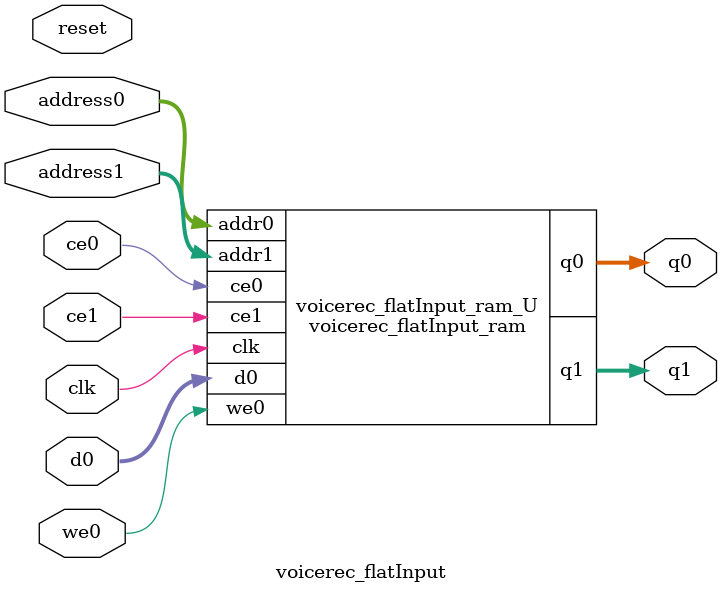
<source format=v>

`timescale 1 ns / 1 ps
module voicerec_flatInput_ram (addr0, ce0, d0, we0, q0, addr1, ce1, q1,  clk);

parameter DWIDTH = 32;
parameter AWIDTH = 10;
parameter MEM_SIZE = 882;

input[AWIDTH-1:0] addr0;
input ce0;
input[DWIDTH-1:0] d0;
input we0;
output reg[DWIDTH-1:0] q0;
input[AWIDTH-1:0] addr1;
input ce1;
output reg[DWIDTH-1:0] q1;
input clk;

(* ram_style = "block" *)reg [DWIDTH-1:0] ram[0:MEM_SIZE-1];




always @(posedge clk)  
begin 
    if (ce0) 
    begin
        if (we0) 
        begin 
            ram[addr0] <= d0; 
            q0 <= d0;
        end 
        else 
            q0 <= ram[addr0];
    end
end


always @(posedge clk)  
begin 
    if (ce1) 
    begin
            q1 <= ram[addr1];
    end
end


endmodule


`timescale 1 ns / 1 ps
module voicerec_flatInput(
    reset,
    clk,
    address0,
    ce0,
    we0,
    d0,
    q0,
    address1,
    ce1,
    q1);

parameter DataWidth = 32'd32;
parameter AddressRange = 32'd882;
parameter AddressWidth = 32'd10;
input reset;
input clk;
input[AddressWidth - 1:0] address0;
input ce0;
input we0;
input[DataWidth - 1:0] d0;
output[DataWidth - 1:0] q0;
input[AddressWidth - 1:0] address1;
input ce1;
output[DataWidth - 1:0] q1;



voicerec_flatInput_ram voicerec_flatInput_ram_U(
    .clk( clk ),
    .addr0( address0 ),
    .ce0( ce0 ),
    .we0( we0 ),
    .d0( d0 ),
    .q0( q0 ),
    .addr1( address1 ),
    .ce1( ce1 ),
    .q1( q1 ));

endmodule


</source>
